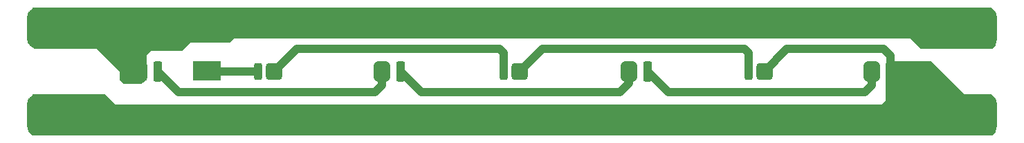
<source format=gbr>
%TF.GenerationSoftware,KiCad,Pcbnew,(6.0.8)*%
%TF.CreationDate,2023-04-08T13:35:57-06:00*%
%TF.ProjectId,HydroLights,48796472-6f4c-4696-9768-74732e6b6963,rev?*%
%TF.SameCoordinates,Original*%
%TF.FileFunction,Copper,L1,Top*%
%TF.FilePolarity,Positive*%
%FSLAX46Y46*%
G04 Gerber Fmt 4.6, Leading zero omitted, Abs format (unit mm)*
G04 Created by KiCad (PCBNEW (6.0.8)) date 2023-04-08 13:35:57*
%MOMM*%
%LPD*%
G01*
G04 APERTURE LIST*
G04 Aperture macros list*
%AMRoundRect*
0 Rectangle with rounded corners*
0 $1 Rounding radius*
0 $2 $3 $4 $5 $6 $7 $8 $9 X,Y pos of 4 corners*
0 Add a 4 corners polygon primitive as box body*
4,1,4,$2,$3,$4,$5,$6,$7,$8,$9,$2,$3,0*
0 Add four circle primitives for the rounded corners*
1,1,$1+$1,$2,$3*
1,1,$1+$1,$4,$5*
1,1,$1+$1,$6,$7*
1,1,$1+$1,$8,$9*
0 Add four rect primitives between the rounded corners*
20,1,$1+$1,$2,$3,$4,$5,0*
20,1,$1+$1,$4,$5,$6,$7,0*
20,1,$1+$1,$6,$7,$8,$9,0*
20,1,$1+$1,$8,$9,$2,$3,0*%
G04 Aperture macros list end*
%TA.AperFunction,SMDPad,CuDef*%
%ADD10RoundRect,1.250000X-3.750000X-1.250000X3.750000X-1.250000X3.750000X1.250000X-3.750000X1.250000X0*%
%TD*%
%TA.AperFunction,SMDPad,CuDef*%
%ADD11RoundRect,0.500000X-0.500000X-0.750000X0.500000X-0.750000X0.500000X0.750000X-0.500000X0.750000X0*%
%TD*%
%TA.AperFunction,SMDPad,CuDef*%
%ADD12RoundRect,0.275000X-0.275000X-0.975000X0.275000X-0.975000X0.275000X0.975000X-0.275000X0.975000X0*%
%TD*%
%TA.AperFunction,SMDPad,CuDef*%
%ADD13R,3.370000X2.370000*%
%TD*%
%TA.AperFunction,SMDPad,CuDef*%
%ADD14RoundRect,0.525000X0.525000X0.525000X-0.525000X0.525000X-0.525000X-0.525000X0.525000X-0.525000X0*%
%TD*%
%TA.AperFunction,SMDPad,CuDef*%
%ADD15RoundRect,0.250000X0.250000X0.800000X-0.250000X0.800000X-0.250000X-0.800000X0.250000X-0.800000X0*%
%TD*%
%TA.AperFunction,Conductor*%
%ADD16C,1.000000*%
%TD*%
G04 APERTURE END LIST*
D10*
%TO.P,U11,1*%
%TO.N,GND*%
X191262000Y-91186000D03*
%TD*%
D11*
%TO.P,U9,1*%
%TO.N,GND*%
X91252000Y-96520000D03*
D12*
%TO.P,U9,2*%
%TO.N,Net-(U7-Pad1)*%
X93552000Y-96520000D03*
%TD*%
D11*
%TO.P,U3,1*%
%TO.N,Net-(U3-Pad1)*%
X180914000Y-96520000D03*
D12*
%TO.P,U3,2*%
%TO.N,12v*%
X183214000Y-96520000D03*
%TD*%
D11*
%TO.P,U7,1*%
%TO.N,Net-(U7-Pad1)*%
X120970000Y-96520000D03*
D12*
%TO.P,U7,2*%
%TO.N,Net-(U5-Pad1)*%
X123270000Y-96520000D03*
%TD*%
D13*
%TO.P,R1,1*%
%TO.N,Net-(R1-Pad1)*%
X99568000Y-96385000D03*
%TO.P,R1,2*%
%TO.N,GND*%
X99568000Y-91575000D03*
%TD*%
D11*
%TO.P,U5,1*%
%TO.N,Net-(U5-Pad1)*%
X151196000Y-96520000D03*
D12*
%TO.P,U5,2*%
%TO.N,Net-(U3-Pad1)*%
X153496000Y-96520000D03*
%TD*%
D14*
%TO.P,U6,1*%
%TO.N,Net-(U4-Pad2)*%
X137865000Y-96475000D03*
D15*
%TO.P,U6,2*%
%TO.N,Net-(U6-Pad2)*%
X135865000Y-96475000D03*
%TD*%
D14*
%TO.P,U8,1*%
%TO.N,Net-(U6-Pad2)*%
X107784000Y-96520000D03*
D15*
%TO.P,U8,2*%
%TO.N,Net-(R1-Pad1)*%
X105784000Y-96520000D03*
%TD*%
D10*
%TO.P,U10,1*%
%TO.N,12v*%
X82550000Y-101854000D03*
%TD*%
%TO.P,U1,1*%
%TO.N,12v*%
X191262000Y-101854000D03*
%TD*%
D14*
%TO.P,U4,1*%
%TO.N,12v*%
X167787000Y-96475000D03*
D15*
%TO.P,U4,2*%
%TO.N,Net-(U4-Pad2)*%
X165887000Y-96475000D03*
%TD*%
D10*
%TO.P,U2,1*%
%TO.N,GND*%
X82550000Y-91186000D03*
%TD*%
D16*
%TO.N,Net-(R1-Pad1)*%
X105784000Y-96520000D02*
X99703000Y-96520000D01*
X99703000Y-96520000D02*
X99568000Y-96385000D01*
%TO.N,12v*%
X170536000Y-93726000D02*
X167787000Y-96475000D01*
X183214000Y-94568000D02*
X182372000Y-93726000D01*
X183214000Y-96520000D02*
X183214000Y-94568000D01*
X182372000Y-93726000D02*
X170536000Y-93726000D01*
%TO.N,Net-(U6-Pad2)*%
X135382000Y-93726000D02*
X110578000Y-93726000D01*
X135865000Y-94209000D02*
X135382000Y-93726000D01*
X110578000Y-93726000D02*
X107784000Y-96520000D01*
X135865000Y-96475000D02*
X135865000Y-94209000D01*
%TO.N,Net-(U7-Pad1)*%
X96092000Y-99060000D02*
X93552000Y-96520000D01*
X120970000Y-96520000D02*
X120970000Y-98232000D01*
X120142000Y-99060000D02*
X96092000Y-99060000D01*
X120970000Y-98232000D02*
X120142000Y-99060000D01*
%TO.N,Net-(U3-Pad1)*%
X180914000Y-98232000D02*
X180086000Y-99060000D01*
X156036000Y-99060000D02*
X153496000Y-96520000D01*
X180914000Y-96520000D02*
X180914000Y-98232000D01*
X180086000Y-99060000D02*
X156036000Y-99060000D01*
%TO.N,Net-(U4-Pad2)*%
X140614000Y-93726000D02*
X137865000Y-96475000D01*
X165354000Y-93726000D02*
X140614000Y-93726000D01*
X165887000Y-96475000D02*
X165887000Y-94259000D01*
X165887000Y-94259000D02*
X165354000Y-93726000D01*
%TO.N,Net-(U5-Pad1)*%
X151196000Y-97978000D02*
X150114000Y-99060000D01*
X151196000Y-96520000D02*
X151196000Y-97978000D01*
X150114000Y-99060000D02*
X125810000Y-99060000D01*
X125810000Y-99060000D02*
X123270000Y-96520000D01*
%TD*%
%TA.AperFunction,Conductor*%
%TO.N,12v*%
G36*
X188229931Y-95270002D02*
G01*
X188250905Y-95286905D01*
X192278000Y-99314000D01*
X195527810Y-99314000D01*
X195595931Y-99334002D01*
X195616905Y-99350905D01*
X196051095Y-99785095D01*
X196085121Y-99847407D01*
X196088000Y-99874190D01*
X196088000Y-103833810D01*
X196067998Y-103901931D01*
X196051095Y-103922905D01*
X195616905Y-104357095D01*
X195554593Y-104391121D01*
X195527810Y-104394000D01*
X78284190Y-104394000D01*
X78216069Y-104373998D01*
X78195095Y-104357095D01*
X77760905Y-103922905D01*
X77726879Y-103860593D01*
X77724000Y-103833810D01*
X77724000Y-99874190D01*
X77744002Y-99806069D01*
X77760905Y-99785095D01*
X78195095Y-99350905D01*
X78257407Y-99316879D01*
X78284190Y-99314000D01*
X87069810Y-99314000D01*
X87137931Y-99334002D01*
X87158905Y-99350905D01*
X88392000Y-100584000D01*
X182118000Y-100584000D01*
X182626000Y-100076000D01*
X182626000Y-95556190D01*
X182646002Y-95488069D01*
X182662905Y-95467095D01*
X182843095Y-95286905D01*
X182905407Y-95252879D01*
X182932190Y-95250000D01*
X188161810Y-95250000D01*
X188229931Y-95270002D01*
G37*
%TD.AperFunction*%
%TD*%
%TA.AperFunction,Conductor*%
%TO.N,GND*%
G36*
X195595931Y-88666002D02*
G01*
X195616905Y-88682905D01*
X196051095Y-89117095D01*
X196085121Y-89179407D01*
X196088000Y-89206190D01*
X196088000Y-93165810D01*
X196067998Y-93233931D01*
X196051095Y-93254905D01*
X195616905Y-93689095D01*
X195554593Y-93723121D01*
X195527810Y-93726000D01*
X186996190Y-93726000D01*
X186928069Y-93705998D01*
X186907095Y-93689095D01*
X185674000Y-92456000D01*
X102870000Y-92456000D01*
X102398905Y-92927095D01*
X102336593Y-92961121D01*
X102309810Y-92964000D01*
X97536000Y-92964000D01*
X96556905Y-93943095D01*
X96494593Y-93977121D01*
X96467810Y-93980000D01*
X92710000Y-93980000D01*
X92202000Y-94488000D01*
X92202000Y-97468567D01*
X92181998Y-97536688D01*
X92145892Y-97573405D01*
X91471743Y-98022838D01*
X91401851Y-98044000D01*
X89460190Y-98044000D01*
X89392069Y-98023998D01*
X89371095Y-98007095D01*
X88936905Y-97572905D01*
X88902879Y-97510593D01*
X88900000Y-97483810D01*
X88900000Y-96520000D01*
X86106000Y-93726000D01*
X78538190Y-93726000D01*
X78470069Y-93705998D01*
X78449095Y-93689095D01*
X77760905Y-93000905D01*
X77726879Y-92938593D01*
X77724000Y-92911810D01*
X77724000Y-89206190D01*
X77744002Y-89138069D01*
X77760905Y-89117095D01*
X78195095Y-88682905D01*
X78257407Y-88648879D01*
X78284190Y-88646000D01*
X195527810Y-88646000D01*
X195595931Y-88666002D01*
G37*
%TD.AperFunction*%
%TD*%
M02*

</source>
